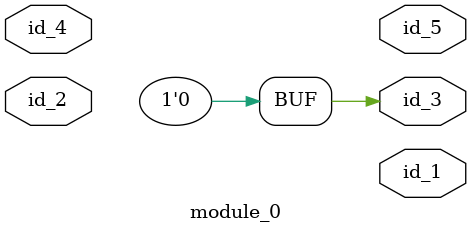
<source format=v>
module module_0 (
    id_1,
    id_2,
    id_3,
    id_4,
    id_5
);
  output id_5;
  input id_4;
  output id_3;
  input id_2;
  output id_1;
  assign id_3 = "";
endmodule

</source>
